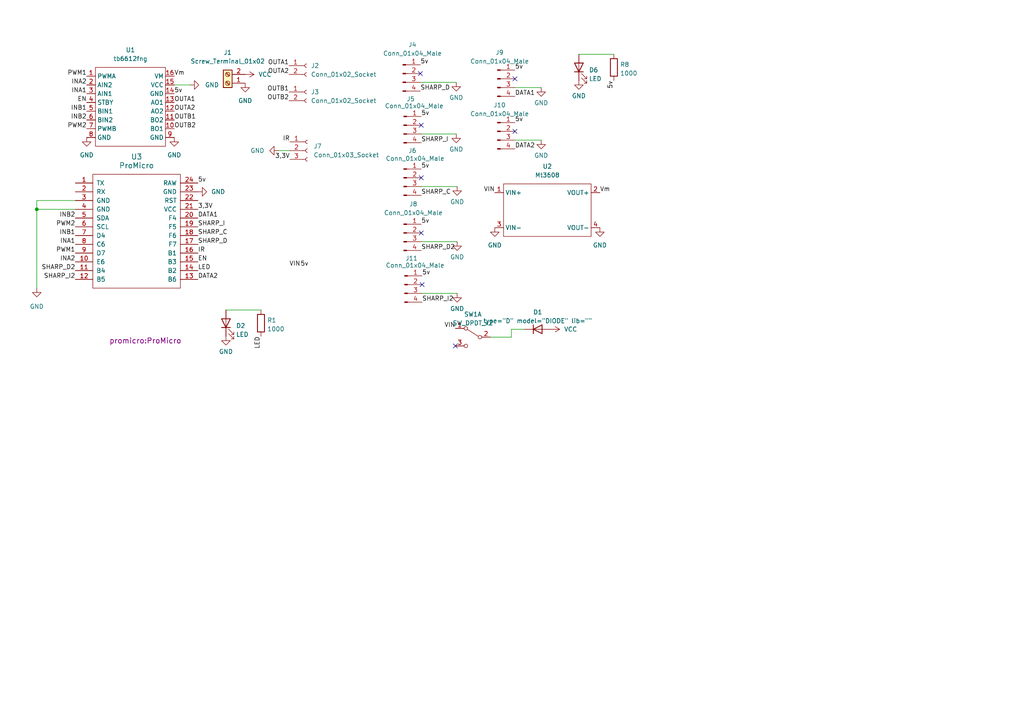
<source format=kicad_sch>
(kicad_sch (version 20230121) (generator eeschema)
  (paper "A4")
  (lib_symbols
    (symbol "Connector:Conn_01x02_Socket" (pin_names (offset 1.016) hide)
      (property "Reference" "J" (at 0 2.54 0))
      (property "Value" "Conn_01x02_Socket" (at 0 -5.08 0))
      (symbol "Conn_01x02_Socket_1_1"
        (arc (start 0 -2.032) (mid -0.5058 -2.54) (end 0 -3.048) (stroke (width 0.1524)))
        (polyline (pts (xy -1.27 -2.54) (xy -0.508 -2.54)) (stroke (width 0.1524)))
        (polyline (pts (xy -1.27 0) (xy -0.508 0)) (stroke (width 0.1524)))
        (arc (start 0 0.508) (mid -0.5058 0) (end 0 -0.508) (stroke (width 0.1524)))
        (pin passive line (at -5.08 0 0) (length 3.81) (name "Pin_1") (number "1"))
        (pin passive line (at -5.08 -2.54 0) (length 3.81) (name "Pin_2") (number "2"))
      )
    )
    (symbol "Connector:Conn_01x03_Socket" (pin_names (offset 1.016) hide)
      (property "Reference" "J" (at 0 5.08 0))
      (property "Value" "Conn_01x03_Socket" (at 0 -5.08 0))
      (symbol "Conn_01x03_Socket_1_1"
        (arc (start 0 -2.032) (mid -0.5058 -2.54) (end 0 -3.048) (stroke (width 0.1524)))
        (polyline (pts (xy -1.27 -2.54) (xy -0.508 -2.54)) (stroke (width 0.1524)))
        (polyline (pts (xy -1.27 0) (xy -0.508 0)) (stroke (width 0.1524)))
        (polyline (pts (xy -1.27 2.54) (xy -0.508 2.54)) (stroke (width 0.1524)))
        (arc (start 0 0.508) (mid -0.5058 0) (end 0 -0.508) (stroke (width 0.1524)))
        (arc (start 0 3.048) (mid -0.5058 2.54) (end 0 2.032) (stroke (width 0.1524)))
        (pin passive line (at -5.08 2.54 0) (length 3.81) (name "Pin_1") (number "1"))
        (pin passive line (at -5.08 0 0) (length 3.81) (name "Pin_2") (number "2"))
        (pin passive line (at -5.08 -2.54 0) (length 3.81) (name "Pin_3") (number "3"))
      )
    )
    (symbol "Connector:Conn_01x04_Male" (pin_names (offset 1.016) hide)
      (property "Reference" "J" (at 0 5.08 0))
      (property "Value" "Conn_01x04_Male" (at 0 -7.62 0))
      (symbol "Conn_01x04_Male_1_1"
        (polyline (pts (xy 1.27 -5.08) (xy 0.8636 -5.08)) (stroke (width 0.1524)))
        (polyline (pts (xy 1.27 -2.54) (xy 0.8636 -2.54)) (stroke (width 0.1524)))
        (polyline (pts (xy 1.27 0) (xy 0.8636 0)) (stroke (width 0.1524)))
        (polyline (pts (xy 1.27 2.54) (xy 0.8636 2.54)) (stroke (width 0.1524)))
        (rectangle (start 0.8636 -4.953) (end 0 -5.207) (stroke (width 0.1524)) (fill (type outline)))
        (rectangle (start 0.8636 -2.413) (end 0 -2.667) (stroke (width 0.1524)) (fill (type outline)))
        (rectangle (start 0.8636 0.127) (end 0 -0.127) (stroke (width 0.1524)) (fill (type outline)))
        (rectangle (start 0.8636 2.667) (end 0 2.413) (stroke (width 0.1524)) (fill (type outline)))
        (pin passive line (at 5.08 2.54 180) (length 3.81) (name "Pin_1") (number "1"))
        (pin passive line (at 5.08 0 180) (length 3.81) (name "Pin_2") (number "2"))
        (pin passive line (at 5.08 -2.54 180) (length 3.81) (name "Pin_3") (number "3"))
        (pin passive line (at 5.08 -5.08 180) (length 3.81) (name "Pin_4") (number "4"))
      )
    )
    (symbol "Connector:Screw_Terminal_01x02" (pin_names (offset 1.016) hide)
      (property "Reference" "J" (at 0 2.54 0))
      (property "Value" "Screw_Terminal_01x02" (at 0 -5.08 0))
      (symbol "Screw_Terminal_01x02_1_1"
        (rectangle (start -1.27 1.27) (end 1.27 -3.81) (stroke (width 0.254)) (fill (type background)))
        (circle (center 0 -2.54) (radius 0.635) (stroke (width 0.1524)))
        (polyline (pts (xy -0.5334 -2.2098) (xy 0.3302 -3.048)) (stroke (width 0.1524)))
        (polyline (pts (xy -0.5334 0.3302) (xy 0.3302 -0.508)) (stroke (width 0.1524)))
        (polyline (pts (xy -0.3556 -2.032) (xy 0.508 -2.8702)) (stroke (width 0.1524)))
        (polyline (pts (xy -0.3556 0.508) (xy 0.508 -0.3302)) (stroke (width 0.1524)))
        (circle (center 0 0) (radius 0.635) (stroke (width 0.1524)))
        (pin passive line (at -5.08 0 0) (length 3.81) (name "Pin_1") (number "1"))
        (pin passive line (at -5.08 -2.54 0) (length 3.81) (name "Pin_2") (number "2"))
      )
    )
    (symbol "Device:LED" (pin_numbers hide) (pin_names (offset 1.016) hide)
      (property "Reference" "D" (at 0 2.54 0))
      (property "Value" "LED" (at 0 -2.54 0))
      (symbol "LED_0_1"
        (polyline (pts (xy -1.27 -1.27) (xy -1.27 1.27)) (stroke (width 0.254)))
        (polyline (pts (xy -1.27 0) (xy 1.27 0)))
        (polyline (pts (xy 1.27 -1.27) (xy 1.27 1.27) (xy -1.27 0) (xy 1.27 -1.27)) (stroke (width 0.254)))
        (polyline (pts (xy -3.048 -0.762) (xy -4.572 -2.286) (xy -3.81 -2.286) (xy -4.572 -2.286) (xy -4.572 -1.524)))
        (polyline (pts (xy -1.778 -0.762) (xy -3.302 -2.286) (xy -2.54 -2.286) (xy -3.302 -2.286) (xy -3.302 -1.524)))
      )
      (symbol "LED_1_1"
        (pin passive line (at -3.81 0 0) (length 2.54) (name "K") (number "1"))
        (pin passive line (at 3.81 0 180) (length 2.54) (name "A") (number "2"))
      )
    )
    (symbol "Device:R" (pin_numbers hide) (pin_names (offset 0))
      (property "Reference" "R" (at 2.032 0 90))
      (property "Value" "R" (at 0 0 90))
      (symbol "R_0_1"
        (rectangle (start -1.016 -2.54) (end 1.016 2.54) (stroke (width 0.254)))
      )
      (symbol "R_1_1"
        (pin passive line (at 0 3.81 270) (length 1.27) (name "~") (number "1"))
        (pin passive line (at 0 -3.81 90) (length 1.27) (name "~") (number "2"))
      )
    )
    (symbol "GND_1" (power) (pin_names (offset 0))
      (property "Value" "GND_1" (at 0 -3.81 0))
      (symbol "GND_1_0_1"
        (polyline (pts (xy 0 0) (xy 0 -1.27) (xy 1.27 -1.27) (xy 0 -2.54) (xy -1.27 -1.27) (xy 0 -1.27)))
      )
      (symbol "GND_1_1_1"
        (pin power_in line (at 0 0 270) (length 0) hide (name "GND") (number "1"))
      )
    )
    (symbol "Simulation_SPICE:DIODE" (pin_numbers hide) (pin_names (offset 1.016) hide)
      (property "Reference" "D" (at 0 2.54 0))
      (property "Value" "DIODE" (at 0 -2.54 0))
      (symbol "DIODE_0_1"
        (polyline (pts (xy 1.27 0) (xy -1.27 0)))
        (polyline (pts (xy 1.27 1.27) (xy 1.27 -1.27)) (stroke (width 0.254)))
        (polyline (pts (xy -1.27 -1.27) (xy -1.27 1.27) (xy 1.27 0) (xy -1.27 -1.27)) (stroke (width 0.254)))
      )
      (symbol "DIODE_1_1"
        (pin passive line (at -3.81 0 0) (length 2.54) (name "A") (number "1"))
        (pin passive line (at 3.81 0 180) (length 2.54) (name "K") (number "2"))
      )
    )
    (symbol "Switch:SW_DPDT_x2" (pin_names (offset 0) hide)
      (property "Reference" "SW" (at 0 4.318 0))
      (property "Value" "SW_DPDT_x2" (at 0 -5.08 0))
      (symbol "SW_DPDT_x2_0_0"
        (circle (center -2.032 0) (radius 0.508))
        (circle (center 2.032 -2.54) (radius 0.508))
      )
      (symbol "SW_DPDT_x2_0_1"
        (polyline (pts (xy -1.524 0.254) (xy 1.651 2.286)))
        (circle (center 2.032 2.54) (radius 0.508))
      )
      (symbol "SW_DPDT_x2_1_1"
        (pin passive line (at 5.08 2.54 180) (length 2.54) (name "A") (number "1"))
        (pin passive line (at -5.08 0 0) (length 2.54) (name "B") (number "2"))
        (pin passive line (at 5.08 -2.54 180) (length 2.54) (name "C") (number "3"))
      )
      (symbol "SW_DPDT_x2_2_1"
        (pin passive line (at 5.08 2.54 180) (length 2.54) (name "A") (number "4"))
        (pin passive line (at -5.08 0 0) (length 2.54) (name "B") (number "5"))
        (pin passive line (at 5.08 -2.54 180) (length 2.54) (name "C") (number "6"))
      )
    )
    (symbol "power:GND" (power) (pin_names (offset 0))
      (property "Value" "GND" (at 0 -3.81 0))
      (symbol "GND_0_1"
        (polyline (pts (xy 0 0) (xy 0 -1.27) (xy 1.27 -1.27) (xy 0 -2.54) (xy -1.27 -1.27) (xy 0 -1.27)))
      )
      (symbol "GND_1_1"
        (pin power_in line (at 0 0 270) (length 0) hide (name "GND") (number "1"))
      )
    )
    (symbol "power:VCC" (power) (pin_names (offset 0))
      (property "Value" "VCC" (at 0 3.81 0))
      (symbol "VCC_0_1"
        (polyline (pts (xy -0.762 1.27) (xy 0 2.54)))
        (polyline (pts (xy 0 0) (xy 0 2.54)))
        (polyline (pts (xy 0 2.54) (xy 0.762 1.27)))
      )
      (symbol "VCC_1_1"
        (pin power_in line (at 0 0 90) (length 0) hide (name "VCC") (number "1"))
      )
    )
    (symbol "promicro:ProMicro" (pin_names (offset 1.016))
      (property "Reference" "U" (at 0 24.13 0))
      (property "Value" "ProMicro" (at 0 -13.97 0))
      (symbol "ProMicro_0_1"
        (rectangle (start -12.7 21.59) (end 12.7 -11.43))
      )
      (symbol "ProMicro_1_1"
        (pin bidirectional line (at -17.78 19.05 0) (length 5.08) (name "TX") (number "1"))
        (pin bidirectional line (at -17.78 -3.81 0) (length 5.08) (name "E6") (number "10"))
        (pin bidirectional line (at -17.78 -6.35 0) (length 5.08) (name "B4") (number "11"))
        (pin bidirectional line (at -17.78 -8.89 0) (length 5.08) (name "B5") (number "12"))
        (pin bidirectional line (at 17.78 -8.89 180) (length 5.08) (name "B6") (number "13"))
        (pin bidirectional line (at 17.78 -6.35 180) (length 5.08) (name "B2") (number "14"))
        (pin bidirectional line (at 17.78 -3.81 180) (length 5.08) (name "B3") (number "15"))
        (pin bidirectional line (at 17.78 -1.27 180) (length 5.08) (name "B1") (number "16"))
        (pin bidirectional line (at 17.78 1.27 180) (length 5.08) (name "F7") (number "17"))
        (pin bidirectional line (at 17.78 3.81 180) (length 5.08) (name "F6") (number "18"))
        (pin bidirectional line (at 17.78 6.35 180) (length 5.08) (name "F5") (number "19"))
        (pin bidirectional line (at -17.78 16.51 0) (length 5.08) (name "RX") (number "2"))
        (pin bidirectional line (at 17.78 8.89 180) (length 5.08) (name "F4") (number "20"))
        (pin power_in line (at 17.78 11.43 180) (length 5.08) (name "VCC") (number "21"))
        (pin input line (at 17.78 13.97 180) (length 5.08) (name "RST") (number "22"))
        (pin power_in line (at 17.78 16.51 180) (length 5.08) (name "GND") (number "23"))
        (pin power_out line (at 17.78 19.05 180) (length 5.08) (name "RAW") (number "24"))
        (pin power_in line (at -17.78 13.97 0) (length 5.08) (name "GND") (number "3"))
        (pin power_in line (at -17.78 11.43 0) (length 5.08) (name "GND") (number "4"))
        (pin bidirectional line (at -17.78 8.89 0) (length 5.08) (name "SDA") (number "5"))
        (pin bidirectional line (at -17.78 6.35 0) (length 5.08) (name "SCL") (number "6"))
        (pin bidirectional line (at -17.78 3.81 0) (length 5.08) (name "D4") (number "7"))
        (pin bidirectional line (at -17.78 1.27 0) (length 5.08) (name "C6") (number "8"))
        (pin bidirectional line (at -17.78 -1.27 0) (length 5.08) (name "D7") (number "9"))
      )
    )
    (symbol "propios:Mt3608"
      (property "Reference" "U" (at 0 0 0))
      (property "Value" "Mt3608" (at 0 0 0))
      (symbol "Mt3608_0_1"
        (rectangle (start -12.7 -2.54) (end 12.7 -17.78))
      )
      (symbol "Mt3608_1_1"
        (pin input line (at -15.24 -5.08 0) (length 2.54) (name "VIN+") (number "1"))
        (pin input line (at 15.24 -5.08 180) (length 2.54) (name "VOUT+") (number "2"))
        (pin input line (at -15.24 -15.24 0) (length 2.54) (name "VIN-") (number "3"))
        (pin input line (at 15.24 -15.24 180) (length 2.54) (name "VOUT-") (number "4"))
      )
    )
    (symbol "propios:tb6612fng"
      (property "Reference" "U" (at 0 0 0))
      (property "Value" "tb6612fng" (at 0 0 0))
      (symbol "tb6612fng_0_1"
        (rectangle (start -10.16 -2.54) (end 10.16 -25.4))
      )
      (symbol "tb6612fng_1_1"
        (pin input line (at -12.7 -5.08 0) (length 2.54) (name "PWMA") (number "1"))
        (pin input line (at 12.7 -20.32 180) (length 2.54) (name "BO1") (number "10"))
        (pin input line (at 12.7 -17.78 180) (length 2.54) (name "BO2") (number "11"))
        (pin input line (at 12.7 -15.24 180) (length 2.54) (name "AO2") (number "12"))
        (pin input line (at 12.7 -12.7 180) (length 2.54) (name "AO1") (number "13"))
        (pin input line (at 12.7 -10.16 180) (length 2.54) (name "GND") (number "14"))
        (pin input line (at 12.7 -7.62 180) (length 2.54) (name "VCC") (number "15"))
        (pin input line (at 12.7 -5.08 180) (length 2.54) (name "VM") (number "16"))
        (pin input line (at -12.7 -7.62 0) (length 2.54) (name "AIN2") (number "2"))
        (pin input line (at -12.7 -10.16 0) (length 2.54) (name "AIN1") (number "3"))
        (pin input line (at -12.7 -12.7 0) (length 2.54) (name "STBY") (number "4"))
        (pin input line (at -12.7 -15.24 0) (length 2.54) (name "BIN1") (number "5"))
        (pin input line (at -12.7 -17.78 0) (length 2.54) (name "BIN2") (number "6"))
        (pin input line (at -12.7 -20.32 0) (length 2.54) (name "PWMB") (number "7"))
        (pin input line (at -12.7 -22.86 0) (length 2.54) (name "GND") (number "8"))
        (pin input line (at 12.7 -22.86 180) (length 2.54) (name "GND") (number "9"))
      )
    )
  )
  (junction (at 10.668 60.706))
  (no_connect (at 122.174 36.322))
  (no_connect (at 121.92 21.336))
  (no_connect (at 132.08 100.33))
  (no_connect (at 122.428 82.55))
  (no_connect (at 149.352 22.86))
  (no_connect (at 122.174 67.564))
  (no_connect (at 122.174 51.562))
  (no_connect (at 149.352 38.1))
  (wire (pts (xy 132.588 70.104) (xy 122.174 70.104)))
  (wire (pts (xy 132.334 38.862) (xy 122.174 38.862)))
  (wire (pts (xy 148.336 97.79) (xy 142.24 97.79)))
  (wire (pts (xy 10.668 60.706) (xy 21.844 60.706)))
  (wire (pts (xy 148.336 95.504) (xy 148.336 97.79)))
  (wire (pts (xy 156.972 25.4) (xy 149.352 25.4)))
  (wire (pts (xy 156.972 40.64) (xy 149.352 40.64)))
  (wire (pts (xy 167.894 15.748) (xy 178.054 15.748)))
  (wire (pts (xy 152.146 95.504) (xy 148.336 95.504)))
  (wire (pts (xy 21.844 58.166) (xy 10.668 58.166)))
  (wire (pts (xy 10.668 58.166) (xy 10.668 60.706)))
  (wire (pts (xy 65.532 89.916) (xy 75.692 89.916)))
  (wire (pts (xy 132.334 23.876) (xy 121.92 23.876)))
  (wire (pts (xy 55.118 24.638) (xy 50.546 24.638)))
  (wire (pts (xy 80.772 43.688) (xy 84.074 43.688)))
  (wire (pts (xy 10.668 60.706) (xy 10.668 83.566)))
  (wire (pts (xy 132.588 54.102) (xy 122.174 54.102)))
  (wire (pts (xy 132.588 85.09) (xy 122.428 85.09)))
  (label "5v" (at 50.546 27.178 0))
  (label "DATA2" (at 149.352 43.18 0))
  (label "EN" (at 25.146 29.718 180))
  (label "IR" (at 84.074 41.148 180))
  (label "SHARP_I" (at 57.404 65.786 0))
  (label "5v" (at 178.054 23.368 270))
  (label "INA2" (at 25.146 24.638 180))
  (label "SHARP_D" (at 121.92 26.416 0))
  (label "DATA1" (at 57.404 63.246 0))
  (label "LED" (at 57.404 78.486 0))
  (label "SHARP_I2" (at 21.844 81.026 180))
  (label "5v" (at 57.404 53.086 0))
  (label "5v" (at 122.174 65.024 0))
  (label "OUTA1" (at 50.546 29.718 0))
  (label "EN" (at 57.404 75.946 0))
  (label "OUTA2" (at 50.546 32.258 0))
  (label "5v" (at 121.92 18.796 0))
  (label "5v" (at 149.352 35.56 0))
  (label "DATA2" (at 57.404 81.026 0))
  (label "SHARP_D" (at 57.404 70.866 0))
  (label "5v" (at 87.122 77.47 0))
  (label "Vm" (at 50.546 22.098 0))
  (label "3,3V" (at 84.074 46.228 180))
  (label "PWM1" (at 21.844 73.406 180))
  (label "OUTA2" (at 83.82 21.59 180))
  (label "INB1" (at 25.146 32.258 180))
  (label "PWM2" (at 25.146 37.338 180))
  (label "INA2" (at 21.844 75.946 180))
  (label "5v" (at 122.174 49.022 0))
  (label "Vm" (at 173.99 55.88 0))
  (label "VIN" (at 87.122 77.47 180))
  (label "3,3V" (at 57.404 60.706 0))
  (label "LED" (at 75.692 97.536 270))
  (label "5v" (at 122.428 80.01 0))
  (label "5v" (at 122.174 33.782 0))
  (label "IR" (at 57.404 73.406 0))
  (label "VIN" (at 143.51 55.88 180))
  (label "DATA1" (at 149.352 27.94 0))
  (label "OUTB2" (at 50.546 37.338 0))
  (label "INA1" (at 21.844 70.866 180))
  (label "SHARP_I2" (at 122.428 87.63 0))
  (label "OUTB2" (at 83.82 29.21 180))
  (label "INA1" (at 25.146 27.178 180))
  (label "INB2" (at 21.844 63.246 180))
  (label "VIN" (at 132.08 95.25 180))
  (label "SHARP_D2" (at 122.174 72.644 0))
  (label "SHARP_C" (at 57.404 68.326 0))
  (label "INB1" (at 21.844 68.326 180))
  (label "OUTA1" (at 83.82 19.05 180))
  (label "5v" (at 149.352 20.32 0))
  (label "SHARP_C" (at 122.174 56.642 0))
  (label "PWM1" (at 25.146 22.098 180))
  (label "SHARP_D2" (at 21.844 78.486 180))
  (label "OUTB1" (at 50.546 34.798 0))
  (label "OUTB1" (at 83.82 26.67 180))
  (label "PWM2" (at 21.844 65.786 180))
  (label "SHARP_I" (at 122.174 41.402 0))
  (label "INB2" (at 25.146 34.798 180))
  (symbol (lib_id "Connector:Conn_01x04_Male") (at 116.84 21.336 0) (unit 1)
    (property "Reference" "J4" (at 119.634 12.954 0))
    (property "Value" "Conn_01x04_Male" (at 119.634 15.494 0))
    (property "Footprint" "Connector_PinHeader_2.54mm:PinHeader_1x04_P2.54mm_Vertical" (effects hide))
  )
  (symbol (lib_id "propios:Mt3608") (at 158.75 50.8 0) (unit 1)
    (property "Reference" "U2" (at 158.75 48.26 0))
    (property "Value" "Mt3608" (at 158.75 50.8 0))
    (property "Footprint" "propios:Sx1308" (effects hide))
  )
  (symbol (lib_id "Device:R") (at 75.692 93.726 0) (unit 1)
    (property "Reference" "R1" (at 77.47 92.8913 0) (effects (justify left)))
    (property "Value" "1000" (at 77.47 95.4282 0) (effects (justify left)))
    (property "Footprint" "Resistor_SMD:R_1210_3225Metric" (effects hide))
  )
  (symbol (lib_id "Device:LED") (at 65.532 93.726 90) (unit 1)
    (property "Reference" "D2" (at 68.453 94.4788 90) (effects (justify right)))
    (property "Value" "LED" (at 68.453 97.0157 90) (effects (justify right)))
    (property "Footprint" "LED_THT:LED_D3.0mm_FlatTop" (effects hide))
  )
  (symbol (lib_id "power:GND") (at 132.588 70.104 0) (unit 1)
    (property "Reference" "#PWR017" (effects hide))
    (property "Value" "GND" (at 132.588 74.5474 0))
  )
  (symbol (lib_id "power:GND") (at 55.118 24.638 90) (unit 1)
    (property "Reference" "#PWR02" (effects hide))
    (property "Value" "GND" (at 59.436 24.638 90) (effects (justify right)))
  )
  (symbol (lib_id "power:GND") (at 65.532 97.536 0) (unit 1)
    (property "Reference" "#PWR020" (effects hide))
    (property "Value" "GND" (at 65.532 101.9794 0))
  )
  (symbol (lib_id "Device:R") (at 178.054 19.558 0) (unit 1)
    (property "Reference" "R8" (at 179.832 18.7233 0) (effects (justify left)))
    (property "Value" "1000" (at 179.832 21.2602 0) (effects (justify left)))
    (property "Footprint" "Resistor_SMD:R_1210_3225Metric" (effects hide))
  )
  (symbol (lib_id "power:GND") (at 10.668 83.566 0) (unit 1)
    (property "Reference" "#PWR05" (effects hide))
    (property "Value" "GND" (at 10.668 88.9 0))
  )
  (symbol (lib_id "power:VCC") (at 71.12 21.59 270) (unit 1)
    (property "Reference" "#PWR06" (effects hide))
    (property "Value" "VCC" (at 74.93 21.59 90) (effects (justify left)))
  )
  (symbol (lib_id "power:GND") (at 80.772 43.688 270) (unit 1)
    (property "Reference" "#PWR04" (effects hide))
    (property "Value" "GND" (at 76.708 43.688 90) (effects (justify right)))
  )
  (symbol (lib_id "Connector:Screw_Terminal_01x02") (at 66.04 24.13 180) (unit 1)
    (property "Reference" "J1" (at 66.04 15.24 0))
    (property "Value" "Screw_Terminal_01x02" (at 66.04 17.78 0))
    (property "Footprint" "Connector_PinSocket_2.54mm:PinSocket_1x02_P2.54mm_Vertical" (effects hide))
  )
  (symbol (lib_id "Switch:SW_DPDT_x2") (at 137.16 97.79 0) (mirror y) (unit 1)
    (property "Reference" "SW1" (at 137.16 91.1692 0))
    (property "Value" "SW_DPDT_x2" (at 137.16 93.7061 0))
    (property "Footprint" "Button_Switch_THT:SW_Slide_1P2T_CK_OS102011MS2Q" (effects hide))
  )
  (symbol (lib_id "power:GND") (at 57.404 55.626 90) (unit 1)
    (property "Reference" "#PWR012" (effects hide))
    (property "Value" "GND" (at 61.214 55.626 90) (effects (justify right)))
  )
  (symbol (lib_id "Connector:Conn_01x02_Socket") (at 88.9 26.67 0) (unit 1)
    (property "Reference" "J3" (at 90.17 26.67 0) (effects (justify left)))
    (property "Value" "Conn_01x02_Socket" (at 90.17 29.21 0) (effects (justify left)))
    (property "Footprint" "Connector_PinSocket_2.54mm:PinSocket_1x02_P2.54mm_Vertical" (effects hide))
  )
  (symbol (lib_id "Simulation_SPICE:DIODE") (at 155.956 95.504 180) (unit 1)
    (property "Reference" "D1" (at 155.956 90.5342 0))
    (property "Value" "${SIM.PARAMS}" (at 155.956 93.0711 0))
    (property "Footprint" "Diode_THT:D_5W_P5.08mm_Vertical_AnodeUp" (effects hide))
    (property "Sim.Device" "SPICE" (effects hide))
    (property "Sim.Params" "type=\"D\" model=\"DIODE\" lib=\"\"" (effects hide))
    (property "Sim.Pins" "1=1 2=2" (effects hide))
  )
  (symbol (lib_id "Connector:Conn_01x04_Male") (at 117.348 82.55 0) (unit 1)
    (property "Reference" "J11" (at 119.38 74.93 0))
    (property "Value" "Conn_01x04_Male" (at 120.396 76.962 0))
    (property "Footprint" "Connector_PinHeader_2.54mm:PinHeader_1x04_P2.54mm_Vertical" (effects hide))
  )
  (symbol (lib_id "power:GND") (at 132.334 38.862 0) (unit 1)
    (property "Reference" "#PWR015" (effects hide))
    (property "Value" "GND" (at 132.334 43.3054 0))
  )
  (symbol (lib_id "Connector:Conn_01x04_Male") (at 144.272 22.86 0) (unit 1)
    (property "Reference" "J9" (at 144.907 15.24 0))
    (property "Value" "Conn_01x04_Male" (at 144.907 17.78 0))
    (property "Footprint" "Connector_PinHeader_2.54mm:PinHeader_1x04_P2.54mm_Vertical" (effects hide))
  )
  (symbol (lib_id "power:GND") (at 167.894 23.368 0) (unit 1)
    (property "Reference" "#PWR03" (effects hide))
    (property "Value" "GND" (at 167.894 27.8114 0))
  )
  (symbol (lib_id "promicro:ProMicro") (at 39.624 72.136 0) (unit 1)
    (property "Reference" "U3" (at 39.624 45.466 0) (effects (font (size 1.524 1.524))))
    (property "Value" "ProMicro" (at 39.624 48.006 0) (effects (font (size 1.524 1.524))))
    (property "Footprint" "promicro:ProMicro" (at 42.164 98.806 0) (effects (font (size 1.524 1.524))))
  )
  (symbol (lib_id "power:GND") (at 156.972 25.4 0) (unit 1)
    (property "Reference" "#PWR011" (effects hide))
    (property "Value" "GND" (at 156.972 29.8434 0))
  )
  (symbol (lib_id "Connector:Conn_01x03_Socket") (at 89.154 43.688 0) (unit 1)
    (property "Reference" "J7" (at 90.932 42.418 0) (effects (justify left)))
    (property "Value" "Conn_01x03_Socket" (at 90.932 44.958 0) (effects (justify left)))
    (property "Footprint" "Connector_PinSocket_2.54mm:PinSocket_1x03_P2.54mm_Vertical" (effects hide))
  )
  (symbol (lib_id "propios:tb6612fng") (at 37.846 17.018 0) (unit 1)
    (property "Reference" "U1" (at 37.846 14.478 0))
    (property "Value" "tb6612fng" (at 37.846 17.018 0))
    (property "Footprint" "propios:tb6612fng" (effects hide))
  )
  (symbol (lib_name "GND_1") (lib_id "power:GND") (at 143.51 66.04 0) (unit 1)
    (property "Reference" "#PWR08" (effects hide))
    (property "Value" "GND" (at 143.51 71.12 0))
  )
  (symbol (lib_id "Connector:Conn_01x04_Male") (at 117.094 51.562 0) (unit 1)
    (property "Reference" "J6" (at 119.634 43.688 0))
    (property "Value" "Conn_01x04_Male" (at 120.396 45.974 0))
    (property "Footprint" "Connector_PinHeader_2.54mm:PinHeader_1x04_P2.54mm_Vertical" (effects hide))
  )
  (symbol (lib_id "power:VCC") (at 159.766 95.504 270) (unit 1)
    (property "Reference" "#PWR010" (effects hide))
    (property "Value" "VCC" (at 163.576 95.504 90) (effects (justify left)))
  )
  (symbol (lib_id "power:GND") (at 132.334 23.876 0) (unit 1)
    (property "Reference" "#PWR014" (effects hide))
    (property "Value" "GND" (at 132.334 28.3194 0))
  )
  (symbol (lib_id "power:GND") (at 132.588 85.09 0) (unit 1)
    (property "Reference" "#PWR019" (effects hide))
    (property "Value" "GND" (at 132.588 89.5334 0))
  )
  (symbol (lib_id "power:GND") (at 50.546 39.878 0) (unit 1)
    (property "Reference" "#PWR018" (effects hide))
    (property "Value" "GND" (at 50.546 44.958 0))
  )
  (symbol (lib_id "Connector:Conn_01x04_Male") (at 117.094 67.564 0) (unit 1)
    (property "Reference" "J8" (at 119.888 59.182 0))
    (property "Value" "Conn_01x04_Male" (at 119.888 61.722 0))
    (property "Footprint" "Connector_PinHeader_2.54mm:PinHeader_1x04_P2.54mm_Vertical" (effects hide))
  )
  (symbol (lib_id "Connector:Conn_01x04_Male") (at 117.094 36.322 0) (unit 1)
    (property "Reference" "J5" (at 119.126 28.702 0))
    (property "Value" "Conn_01x04_Male" (at 120.142 30.734 0))
    (property "Footprint" "Connector_PinHeader_2.54mm:PinHeader_1x04_P2.54mm_Vertical" (effects hide))
  )
  (symbol (lib_id "Connector:Conn_01x02_Socket") (at 88.9 19.05 0) (unit 1)
    (property "Reference" "J2" (at 90.17 19.05 0) (effects (justify left)))
    (property "Value" "Conn_01x02_Socket" (at 90.17 21.59 0) (effects (justify left)))
    (property "Footprint" "Connector_PinSocket_2.54mm:PinSocket_1x02_P2.54mm_Vertical" (effects hide))
  )
  (symbol (lib_name "GND_1") (lib_id "power:GND") (at 173.99 66.04 0) (unit 1)
    (property "Reference" "#PWR09" (effects hide))
    (property "Value" "GND" (at 173.99 71.12 0))
  )
  (symbol (lib_id "power:GND") (at 25.146 39.878 0) (unit 1)
    (property "Reference" "#PWR01" (effects hide))
    (property "Value" "GND" (at 25.146 44.958 0))
  )
  (symbol (lib_id "Connector:Conn_01x04_Male") (at 144.272 38.1 0) (unit 1)
    (property "Reference" "J10" (at 144.907 30.48 0))
    (property "Value" "Conn_01x04_Male" (at 144.907 33.02 0))
    (property "Footprint" "Connector_PinHeader_2.54mm:PinHeader_1x04_P2.54mm_Vertical" (effects hide))
  )
  (symbol (lib_id "Device:LED") (at 167.894 19.558 90) (unit 1)
    (property "Reference" "D6" (at 170.815 20.3108 90) (effects (justify right)))
    (property "Value" "LED" (at 170.815 22.8477 90) (effects (justify right)))
    (property "Footprint" "LED_THT:LED_D3.0mm_FlatTop" (effects hide))
  )
  (symbol (lib_name "GND_1") (lib_id "power:GND") (at 71.12 24.13 0) (unit 1)
    (property "Reference" "#PWR07" (effects hide))
    (property "Value" "GND" (at 71.12 29.21 0))
  )
  (symbol (lib_id "power:GND") (at 156.972 40.64 0) (unit 1)
    (property "Reference" "#PWR013" (effects hide))
    (property "Value" "GND" (at 156.972 45.0834 0))
  )
  (symbol (lib_id "power:GND") (at 132.588 54.102 0) (unit 1)
    (property "Reference" "#PWR016" (effects hide))
    (property "Value" "GND" (at 132.588 58.5454 0))
  )
)
</source>
